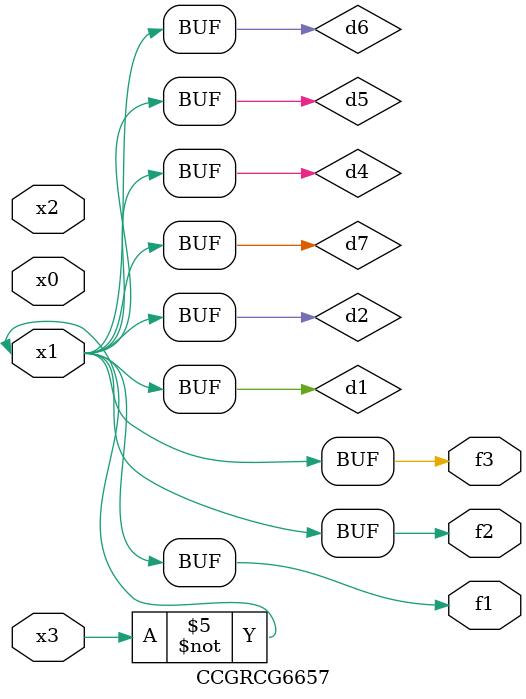
<source format=v>
module CCGRCG6657(
	input x0, x1, x2, x3,
	output f1, f2, f3
);

	wire d1, d2, d3, d4, d5, d6, d7;

	not (d1, x3);
	buf (d2, x1);
	xnor (d3, d1, d2);
	nor (d4, d1);
	buf (d5, d1, d2);
	buf (d6, d4, d5);
	nand (d7, d4);
	assign f1 = d6;
	assign f2 = d7;
	assign f3 = d6;
endmodule

</source>
